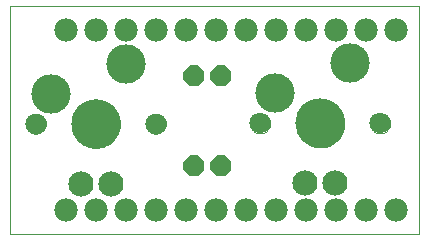
<source format=gbs>
G75*
G70*
%OFA0B0*%
%FSLAX24Y24*%
%IPPOS*%
%LPD*%
%AMOC8*
5,1,8,0,0,1.08239X$1,22.5*
%
%ADD10C,0.0000*%
%ADD11C,0.1650*%
%ADD12C,0.0712*%
%ADD13C,0.0840*%
%ADD14C,0.1310*%
%ADD15C,0.0780*%
%ADD16OC8,0.0700*%
D10*
X000805Y000555D02*
X000805Y008175D01*
X014422Y008175D01*
X014422Y000555D01*
X000805Y000555D01*
X001318Y004243D02*
X001320Y004279D01*
X001326Y004315D01*
X001336Y004350D01*
X001349Y004384D01*
X001366Y004416D01*
X001387Y004446D01*
X001410Y004474D01*
X001436Y004499D01*
X001465Y004521D01*
X001497Y004540D01*
X001530Y004555D01*
X001564Y004567D01*
X001600Y004575D01*
X001636Y004579D01*
X001672Y004579D01*
X001708Y004575D01*
X001744Y004567D01*
X001778Y004555D01*
X001811Y004540D01*
X001843Y004521D01*
X001872Y004499D01*
X001898Y004474D01*
X001921Y004446D01*
X001942Y004416D01*
X001959Y004384D01*
X001972Y004350D01*
X001982Y004315D01*
X001988Y004279D01*
X001990Y004243D01*
X001988Y004207D01*
X001982Y004171D01*
X001972Y004136D01*
X001959Y004102D01*
X001942Y004070D01*
X001921Y004040D01*
X001898Y004012D01*
X001872Y003987D01*
X001843Y003965D01*
X001811Y003946D01*
X001778Y003931D01*
X001744Y003919D01*
X001708Y003911D01*
X001672Y003907D01*
X001636Y003907D01*
X001600Y003911D01*
X001564Y003919D01*
X001530Y003931D01*
X001497Y003946D01*
X001465Y003965D01*
X001436Y003987D01*
X001410Y004012D01*
X001387Y004040D01*
X001366Y004070D01*
X001349Y004102D01*
X001336Y004136D01*
X001326Y004171D01*
X001320Y004207D01*
X001318Y004243D01*
X002849Y004243D02*
X002851Y004299D01*
X002857Y004355D01*
X002867Y004410D01*
X002880Y004465D01*
X002898Y004518D01*
X002919Y004570D01*
X002943Y004621D01*
X002971Y004670D01*
X003003Y004716D01*
X003037Y004760D01*
X003075Y004802D01*
X003115Y004841D01*
X003158Y004877D01*
X003204Y004910D01*
X003251Y004940D01*
X003301Y004967D01*
X003352Y004989D01*
X003405Y005009D01*
X003459Y005024D01*
X003514Y005036D01*
X003570Y005044D01*
X003626Y005048D01*
X003682Y005048D01*
X003738Y005044D01*
X003794Y005036D01*
X003849Y005024D01*
X003903Y005009D01*
X003956Y004989D01*
X004007Y004967D01*
X004056Y004940D01*
X004104Y004910D01*
X004150Y004877D01*
X004193Y004841D01*
X004233Y004802D01*
X004271Y004760D01*
X004305Y004716D01*
X004337Y004670D01*
X004365Y004621D01*
X004389Y004570D01*
X004410Y004518D01*
X004428Y004465D01*
X004441Y004410D01*
X004451Y004355D01*
X004457Y004299D01*
X004459Y004243D01*
X004457Y004187D01*
X004451Y004131D01*
X004441Y004076D01*
X004428Y004021D01*
X004410Y003968D01*
X004389Y003916D01*
X004365Y003865D01*
X004337Y003816D01*
X004305Y003770D01*
X004271Y003726D01*
X004233Y003684D01*
X004193Y003645D01*
X004150Y003609D01*
X004104Y003576D01*
X004057Y003546D01*
X004007Y003519D01*
X003956Y003497D01*
X003903Y003477D01*
X003849Y003462D01*
X003794Y003450D01*
X003738Y003442D01*
X003682Y003438D01*
X003626Y003438D01*
X003570Y003442D01*
X003514Y003450D01*
X003459Y003462D01*
X003405Y003477D01*
X003352Y003497D01*
X003301Y003519D01*
X003251Y003546D01*
X003204Y003576D01*
X003158Y003609D01*
X003115Y003645D01*
X003075Y003684D01*
X003037Y003726D01*
X003003Y003770D01*
X002971Y003816D01*
X002943Y003865D01*
X002919Y003916D01*
X002898Y003968D01*
X002880Y004021D01*
X002867Y004076D01*
X002857Y004131D01*
X002851Y004187D01*
X002849Y004243D01*
X005318Y004243D02*
X005320Y004279D01*
X005326Y004315D01*
X005336Y004350D01*
X005349Y004384D01*
X005366Y004416D01*
X005387Y004446D01*
X005410Y004474D01*
X005436Y004499D01*
X005465Y004521D01*
X005497Y004540D01*
X005530Y004555D01*
X005564Y004567D01*
X005600Y004575D01*
X005636Y004579D01*
X005672Y004579D01*
X005708Y004575D01*
X005744Y004567D01*
X005778Y004555D01*
X005811Y004540D01*
X005843Y004521D01*
X005872Y004499D01*
X005898Y004474D01*
X005921Y004446D01*
X005942Y004416D01*
X005959Y004384D01*
X005972Y004350D01*
X005982Y004315D01*
X005988Y004279D01*
X005990Y004243D01*
X005988Y004207D01*
X005982Y004171D01*
X005972Y004136D01*
X005959Y004102D01*
X005942Y004070D01*
X005921Y004040D01*
X005898Y004012D01*
X005872Y003987D01*
X005843Y003965D01*
X005811Y003946D01*
X005778Y003931D01*
X005744Y003919D01*
X005708Y003911D01*
X005672Y003907D01*
X005636Y003907D01*
X005600Y003911D01*
X005564Y003919D01*
X005530Y003931D01*
X005497Y003946D01*
X005465Y003965D01*
X005436Y003987D01*
X005410Y004012D01*
X005387Y004040D01*
X005366Y004070D01*
X005349Y004102D01*
X005336Y004136D01*
X005326Y004171D01*
X005320Y004207D01*
X005318Y004243D01*
X008800Y004255D02*
X008802Y004291D01*
X008808Y004327D01*
X008818Y004362D01*
X008831Y004396D01*
X008848Y004428D01*
X008869Y004458D01*
X008892Y004486D01*
X008918Y004511D01*
X008947Y004533D01*
X008979Y004552D01*
X009012Y004567D01*
X009046Y004579D01*
X009082Y004587D01*
X009118Y004591D01*
X009154Y004591D01*
X009190Y004587D01*
X009226Y004579D01*
X009260Y004567D01*
X009293Y004552D01*
X009325Y004533D01*
X009354Y004511D01*
X009380Y004486D01*
X009403Y004458D01*
X009424Y004428D01*
X009441Y004396D01*
X009454Y004362D01*
X009464Y004327D01*
X009470Y004291D01*
X009472Y004255D01*
X009470Y004219D01*
X009464Y004183D01*
X009454Y004148D01*
X009441Y004114D01*
X009424Y004082D01*
X009403Y004052D01*
X009380Y004024D01*
X009354Y003999D01*
X009325Y003977D01*
X009293Y003958D01*
X009260Y003943D01*
X009226Y003931D01*
X009190Y003923D01*
X009154Y003919D01*
X009118Y003919D01*
X009082Y003923D01*
X009046Y003931D01*
X009012Y003943D01*
X008979Y003958D01*
X008947Y003977D01*
X008918Y003999D01*
X008892Y004024D01*
X008869Y004052D01*
X008848Y004082D01*
X008831Y004114D01*
X008818Y004148D01*
X008808Y004183D01*
X008802Y004219D01*
X008800Y004255D01*
X010331Y004255D02*
X010333Y004311D01*
X010339Y004367D01*
X010349Y004422D01*
X010362Y004477D01*
X010380Y004530D01*
X010401Y004582D01*
X010425Y004633D01*
X010453Y004682D01*
X010485Y004728D01*
X010519Y004772D01*
X010557Y004814D01*
X010597Y004853D01*
X010640Y004889D01*
X010686Y004922D01*
X010733Y004952D01*
X010783Y004979D01*
X010834Y005001D01*
X010887Y005021D01*
X010941Y005036D01*
X010996Y005048D01*
X011052Y005056D01*
X011108Y005060D01*
X011164Y005060D01*
X011220Y005056D01*
X011276Y005048D01*
X011331Y005036D01*
X011385Y005021D01*
X011438Y005001D01*
X011489Y004979D01*
X011538Y004952D01*
X011586Y004922D01*
X011632Y004889D01*
X011675Y004853D01*
X011715Y004814D01*
X011753Y004772D01*
X011787Y004728D01*
X011819Y004682D01*
X011847Y004633D01*
X011871Y004582D01*
X011892Y004530D01*
X011910Y004477D01*
X011923Y004422D01*
X011933Y004367D01*
X011939Y004311D01*
X011941Y004255D01*
X011939Y004199D01*
X011933Y004143D01*
X011923Y004088D01*
X011910Y004033D01*
X011892Y003980D01*
X011871Y003928D01*
X011847Y003877D01*
X011819Y003828D01*
X011787Y003782D01*
X011753Y003738D01*
X011715Y003696D01*
X011675Y003657D01*
X011632Y003621D01*
X011586Y003588D01*
X011539Y003558D01*
X011489Y003531D01*
X011438Y003509D01*
X011385Y003489D01*
X011331Y003474D01*
X011276Y003462D01*
X011220Y003454D01*
X011164Y003450D01*
X011108Y003450D01*
X011052Y003454D01*
X010996Y003462D01*
X010941Y003474D01*
X010887Y003489D01*
X010834Y003509D01*
X010783Y003531D01*
X010733Y003558D01*
X010686Y003588D01*
X010640Y003621D01*
X010597Y003657D01*
X010557Y003696D01*
X010519Y003738D01*
X010485Y003782D01*
X010453Y003828D01*
X010425Y003877D01*
X010401Y003928D01*
X010380Y003980D01*
X010362Y004033D01*
X010349Y004088D01*
X010339Y004143D01*
X010333Y004199D01*
X010331Y004255D01*
X012800Y004255D02*
X012802Y004291D01*
X012808Y004327D01*
X012818Y004362D01*
X012831Y004396D01*
X012848Y004428D01*
X012869Y004458D01*
X012892Y004486D01*
X012918Y004511D01*
X012947Y004533D01*
X012979Y004552D01*
X013012Y004567D01*
X013046Y004579D01*
X013082Y004587D01*
X013118Y004591D01*
X013154Y004591D01*
X013190Y004587D01*
X013226Y004579D01*
X013260Y004567D01*
X013293Y004552D01*
X013325Y004533D01*
X013354Y004511D01*
X013380Y004486D01*
X013403Y004458D01*
X013424Y004428D01*
X013441Y004396D01*
X013454Y004362D01*
X013464Y004327D01*
X013470Y004291D01*
X013472Y004255D01*
X013470Y004219D01*
X013464Y004183D01*
X013454Y004148D01*
X013441Y004114D01*
X013424Y004082D01*
X013403Y004052D01*
X013380Y004024D01*
X013354Y003999D01*
X013325Y003977D01*
X013293Y003958D01*
X013260Y003943D01*
X013226Y003931D01*
X013190Y003923D01*
X013154Y003919D01*
X013118Y003919D01*
X013082Y003923D01*
X013046Y003931D01*
X013012Y003943D01*
X012979Y003958D01*
X012947Y003977D01*
X012918Y003999D01*
X012892Y004024D01*
X012869Y004052D01*
X012848Y004082D01*
X012831Y004114D01*
X012818Y004148D01*
X012808Y004183D01*
X012802Y004219D01*
X012800Y004255D01*
D11*
X011136Y004255D03*
X003654Y004243D03*
D12*
X005654Y004243D03*
X009136Y004255D03*
X013136Y004255D03*
X001654Y004243D03*
D13*
X003154Y002243D03*
X004154Y002243D03*
X010636Y002255D03*
X011636Y002255D03*
D14*
X009636Y005255D03*
X012136Y006255D03*
X004654Y006243D03*
X002154Y005243D03*
D15*
X002652Y007361D03*
X003652Y007361D03*
X004652Y007361D03*
X005652Y007361D03*
X006652Y007361D03*
X007652Y007361D03*
X008652Y007361D03*
X009652Y007361D03*
X010652Y007361D03*
X011652Y007361D03*
X012652Y007361D03*
X013652Y007361D03*
X013652Y001361D03*
X012652Y001361D03*
X011652Y001361D03*
X010652Y001361D03*
X009652Y001361D03*
X008652Y001361D03*
X007652Y001361D03*
X006652Y001361D03*
X005652Y001361D03*
X004652Y001361D03*
X003652Y001361D03*
X002652Y001361D03*
D16*
X006944Y002827D03*
X007845Y002823D03*
X007845Y005823D03*
X006944Y005827D03*
M02*

</source>
